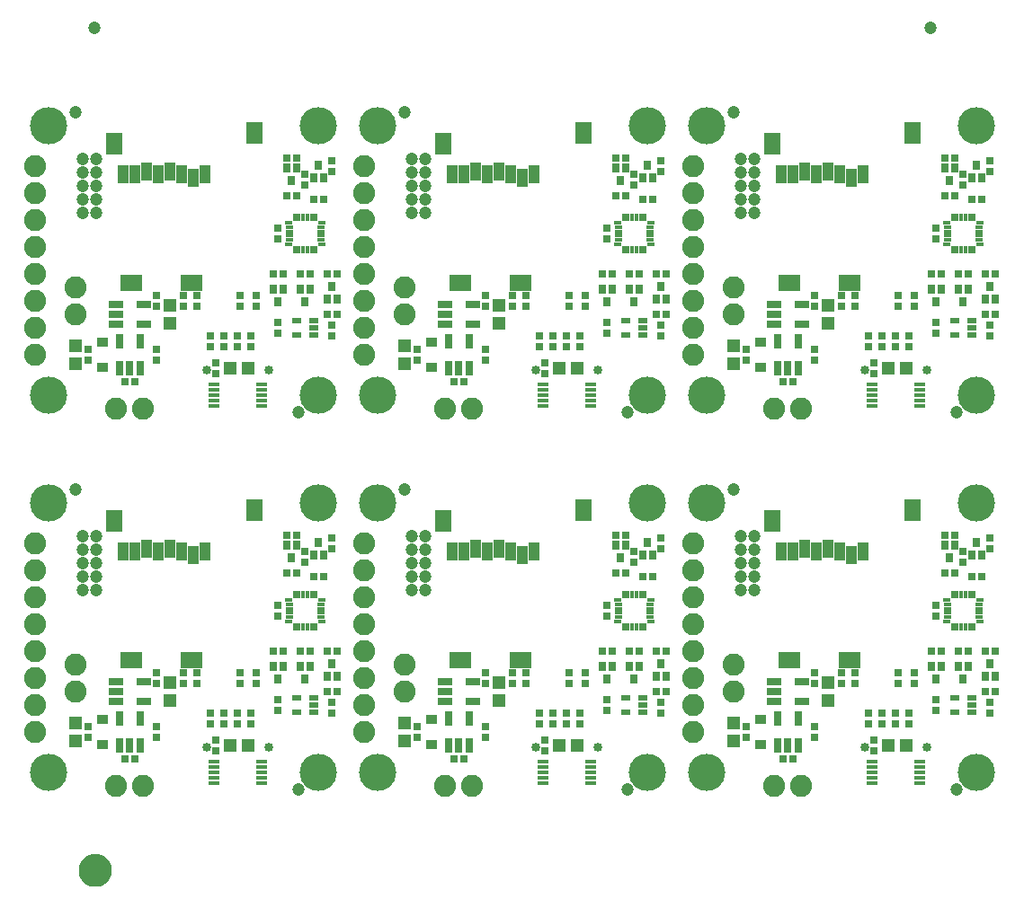
<source format=gbs>
G75*
%MOIN*%
%OFA0B0*%
%FSLAX25Y25*%
%IPPOS*%
%LPD*%
%AMOC8*
5,1,8,0,0,1.08239X$1,22.5*
%
%ADD10R,0.02965X0.05524*%
%ADD11C,0.13800*%
%ADD12R,0.03162X0.03162*%
%ADD13C,0.04737*%
%ADD14R,0.05131X0.04737*%
%ADD15R,0.04331X0.01575*%
%ADD16R,0.07887X0.06312*%
%ADD17R,0.06312X0.08280*%
%ADD18R,0.03950X0.06706*%
%ADD19R,0.02749X0.01784*%
%ADD20R,0.03162X0.01784*%
%ADD21R,0.01784X0.02749*%
%ADD22R,0.01784X0.03162*%
%ADD23R,0.00409X0.01783*%
%ADD24R,0.01783X0.00409*%
%ADD25R,0.03753X0.02375*%
%ADD26R,0.02611X0.03359*%
%ADD27R,0.05524X0.02965*%
%ADD28C,0.08200*%
%ADD29R,0.04737X0.05131*%
%ADD30R,0.04068X0.03280*%
%ADD31C,0.03359*%
%ADD32C,0.05000*%
%ADD33C,0.06706*%
D10*
X0064760Y0066631D03*
X0068500Y0066631D03*
X0072240Y0066631D03*
X0072240Y0076869D03*
X0064760Y0076869D03*
X0186760Y0076869D03*
X0194240Y0076869D03*
X0194240Y0066631D03*
X0190500Y0066631D03*
X0186760Y0066631D03*
X0308760Y0066631D03*
X0312500Y0066631D03*
X0316240Y0066631D03*
X0316240Y0076869D03*
X0308760Y0076869D03*
X0308760Y0206631D03*
X0312500Y0206631D03*
X0316240Y0206631D03*
X0316240Y0216869D03*
X0308760Y0216869D03*
X0194240Y0216869D03*
X0186760Y0216869D03*
X0186760Y0206631D03*
X0190500Y0206631D03*
X0194240Y0206631D03*
X0072240Y0206631D03*
X0068500Y0206631D03*
X0064760Y0206631D03*
X0064760Y0216869D03*
X0072240Y0216869D03*
D11*
X0038500Y0196750D03*
X0038500Y0156750D03*
X0138500Y0156750D03*
X0160500Y0156750D03*
X0160500Y0196750D03*
X0138500Y0196750D03*
X0138500Y0296750D03*
X0160500Y0296750D03*
X0260500Y0296750D03*
X0282500Y0296750D03*
X0382500Y0296750D03*
X0382500Y0196750D03*
X0382500Y0156750D03*
X0282500Y0156750D03*
X0260500Y0156750D03*
X0260500Y0196750D03*
X0282500Y0196750D03*
X0282500Y0056750D03*
X0260500Y0056750D03*
X0160500Y0056750D03*
X0138500Y0056750D03*
X0038500Y0056750D03*
X0038500Y0296750D03*
X0382500Y0056750D03*
D12*
X0387500Y0078781D03*
X0387500Y0082719D03*
X0385531Y0086750D03*
X0389469Y0086750D03*
X0389469Y0101750D03*
X0385531Y0101750D03*
X0379469Y0101750D03*
X0375531Y0101750D03*
X0369469Y0101750D03*
X0365531Y0101750D03*
X0359500Y0093719D03*
X0359500Y0089781D03*
X0353500Y0089781D03*
X0353500Y0093719D03*
X0352500Y0078719D03*
X0352500Y0074781D03*
X0347500Y0074781D03*
X0347500Y0078719D03*
X0342500Y0078719D03*
X0342500Y0074781D03*
X0344500Y0068719D03*
X0344500Y0064781D03*
X0357500Y0074781D03*
X0357500Y0078719D03*
X0367500Y0079781D03*
X0367500Y0083719D03*
X0337500Y0089781D03*
X0337500Y0093719D03*
X0332500Y0093719D03*
X0332500Y0089781D03*
X0322500Y0089781D03*
X0322500Y0093719D03*
X0322500Y0073719D03*
X0322500Y0069781D03*
X0314469Y0061750D03*
X0310531Y0061750D03*
X0297000Y0069781D03*
X0297000Y0073719D03*
X0267469Y0086750D03*
X0263531Y0086750D03*
X0265500Y0082719D03*
X0265500Y0078781D03*
X0245500Y0079781D03*
X0245500Y0083719D03*
X0237500Y0089781D03*
X0237500Y0093719D03*
X0231500Y0093719D03*
X0231500Y0089781D03*
X0230500Y0078719D03*
X0230500Y0074781D03*
X0225500Y0074781D03*
X0225500Y0078719D03*
X0220500Y0078719D03*
X0220500Y0074781D03*
X0222500Y0068719D03*
X0222500Y0064781D03*
X0235500Y0074781D03*
X0235500Y0078719D03*
X0215500Y0089781D03*
X0215500Y0093719D03*
X0210500Y0093719D03*
X0210500Y0089781D03*
X0200500Y0089781D03*
X0200500Y0093719D03*
X0200500Y0073719D03*
X0200500Y0069781D03*
X0192469Y0061750D03*
X0188531Y0061750D03*
X0175000Y0069781D03*
X0175000Y0073719D03*
X0145469Y0086750D03*
X0141531Y0086750D03*
X0143500Y0082719D03*
X0143500Y0078781D03*
X0123500Y0079781D03*
X0123500Y0083719D03*
X0115500Y0089781D03*
X0115500Y0093719D03*
X0109500Y0093719D03*
X0109500Y0089781D03*
X0108500Y0078719D03*
X0108500Y0074781D03*
X0103500Y0074781D03*
X0103500Y0078719D03*
X0098500Y0078719D03*
X0098500Y0074781D03*
X0100500Y0068719D03*
X0100500Y0064781D03*
X0113500Y0074781D03*
X0113500Y0078719D03*
X0093500Y0089781D03*
X0093500Y0093719D03*
X0088500Y0093719D03*
X0088500Y0089781D03*
X0078500Y0089781D03*
X0078500Y0093719D03*
X0078500Y0073719D03*
X0078500Y0069781D03*
X0070469Y0061750D03*
X0066531Y0061750D03*
X0053000Y0069781D03*
X0053000Y0073719D03*
X0121531Y0101750D03*
X0125469Y0101750D03*
X0131531Y0101750D03*
X0135469Y0101750D03*
X0141531Y0101750D03*
X0145469Y0101750D03*
X0123500Y0114781D03*
X0123500Y0118719D03*
X0126531Y0130750D03*
X0130469Y0130750D03*
X0133500Y0134781D03*
X0133500Y0138719D03*
X0130469Y0144750D03*
X0126531Y0144750D03*
X0143500Y0143719D03*
X0143500Y0139781D03*
X0140469Y0129250D03*
X0136531Y0129250D03*
X0188531Y0201750D03*
X0192469Y0201750D03*
X0200500Y0209781D03*
X0200500Y0213719D03*
X0200500Y0229781D03*
X0200500Y0233719D03*
X0210500Y0233719D03*
X0210500Y0229781D03*
X0215500Y0229781D03*
X0215500Y0233719D03*
X0220500Y0218719D03*
X0220500Y0214781D03*
X0225500Y0214781D03*
X0225500Y0218719D03*
X0230500Y0218719D03*
X0230500Y0214781D03*
X0235500Y0214781D03*
X0235500Y0218719D03*
X0245500Y0219781D03*
X0245500Y0223719D03*
X0237500Y0229781D03*
X0237500Y0233719D03*
X0231500Y0233719D03*
X0231500Y0229781D03*
X0243531Y0241750D03*
X0247469Y0241750D03*
X0253531Y0241750D03*
X0257469Y0241750D03*
X0263531Y0241750D03*
X0267469Y0241750D03*
X0267469Y0226750D03*
X0263531Y0226750D03*
X0265500Y0222719D03*
X0265500Y0218781D03*
X0297000Y0213719D03*
X0297000Y0209781D03*
X0310531Y0201750D03*
X0314469Y0201750D03*
X0322500Y0209781D03*
X0322500Y0213719D03*
X0322500Y0229781D03*
X0322500Y0233719D03*
X0332500Y0233719D03*
X0332500Y0229781D03*
X0337500Y0229781D03*
X0337500Y0233719D03*
X0353500Y0233719D03*
X0353500Y0229781D03*
X0359500Y0229781D03*
X0359500Y0233719D03*
X0365531Y0241750D03*
X0369469Y0241750D03*
X0375531Y0241750D03*
X0379469Y0241750D03*
X0385531Y0241750D03*
X0389469Y0241750D03*
X0389469Y0226750D03*
X0385531Y0226750D03*
X0387500Y0222719D03*
X0387500Y0218781D03*
X0367500Y0219781D03*
X0367500Y0223719D03*
X0357500Y0218719D03*
X0357500Y0214781D03*
X0352500Y0214781D03*
X0352500Y0218719D03*
X0347500Y0218719D03*
X0347500Y0214781D03*
X0342500Y0214781D03*
X0342500Y0218719D03*
X0344500Y0208719D03*
X0344500Y0204781D03*
X0367500Y0254781D03*
X0367500Y0258719D03*
X0370531Y0270750D03*
X0374469Y0270750D03*
X0377500Y0274781D03*
X0377500Y0278719D03*
X0374469Y0284750D03*
X0370531Y0284750D03*
X0387500Y0283719D03*
X0387500Y0279781D03*
X0384469Y0269250D03*
X0380531Y0269250D03*
X0265500Y0279781D03*
X0265500Y0283719D03*
X0255500Y0278719D03*
X0255500Y0274781D03*
X0252469Y0270750D03*
X0248531Y0270750D03*
X0258531Y0269250D03*
X0262469Y0269250D03*
X0252469Y0284750D03*
X0248531Y0284750D03*
X0245500Y0258719D03*
X0245500Y0254781D03*
X0222500Y0208719D03*
X0222500Y0204781D03*
X0175000Y0209781D03*
X0175000Y0213719D03*
X0145469Y0226750D03*
X0141531Y0226750D03*
X0143500Y0222719D03*
X0143500Y0218781D03*
X0123500Y0219781D03*
X0123500Y0223719D03*
X0115500Y0229781D03*
X0115500Y0233719D03*
X0109500Y0233719D03*
X0109500Y0229781D03*
X0108500Y0218719D03*
X0108500Y0214781D03*
X0103500Y0214781D03*
X0103500Y0218719D03*
X0098500Y0218719D03*
X0098500Y0214781D03*
X0100500Y0208719D03*
X0100500Y0204781D03*
X0113500Y0214781D03*
X0113500Y0218719D03*
X0093500Y0229781D03*
X0093500Y0233719D03*
X0088500Y0233719D03*
X0088500Y0229781D03*
X0078500Y0229781D03*
X0078500Y0233719D03*
X0078500Y0213719D03*
X0078500Y0209781D03*
X0070469Y0201750D03*
X0066531Y0201750D03*
X0053000Y0209781D03*
X0053000Y0213719D03*
X0121531Y0241750D03*
X0125469Y0241750D03*
X0131531Y0241750D03*
X0135469Y0241750D03*
X0141531Y0241750D03*
X0145469Y0241750D03*
X0123500Y0254781D03*
X0123500Y0258719D03*
X0126531Y0270750D03*
X0130469Y0270750D03*
X0133500Y0274781D03*
X0133500Y0278719D03*
X0130469Y0284750D03*
X0126531Y0284750D03*
X0143500Y0283719D03*
X0143500Y0279781D03*
X0140469Y0269250D03*
X0136531Y0269250D03*
X0248531Y0144750D03*
X0252469Y0144750D03*
X0255500Y0138719D03*
X0255500Y0134781D03*
X0252469Y0130750D03*
X0248531Y0130750D03*
X0258531Y0129250D03*
X0262469Y0129250D03*
X0265500Y0139781D03*
X0265500Y0143719D03*
X0245500Y0118719D03*
X0245500Y0114781D03*
X0243531Y0101750D03*
X0247469Y0101750D03*
X0253531Y0101750D03*
X0257469Y0101750D03*
X0263531Y0101750D03*
X0267469Y0101750D03*
X0367500Y0114781D03*
X0367500Y0118719D03*
X0370531Y0130750D03*
X0374469Y0130750D03*
X0377500Y0134781D03*
X0377500Y0138719D03*
X0374469Y0144750D03*
X0370531Y0144750D03*
X0387500Y0143719D03*
X0387500Y0139781D03*
X0384469Y0129250D03*
X0380531Y0129250D03*
D13*
X0375000Y0190250D03*
X0300000Y0144250D03*
X0300000Y0139250D03*
X0300000Y0134250D03*
X0295000Y0134250D03*
X0295000Y0139250D03*
X0295000Y0144250D03*
X0295000Y0129250D03*
X0295000Y0124250D03*
X0300000Y0124250D03*
X0300000Y0129250D03*
X0292500Y0161750D03*
X0253000Y0190250D03*
X0178000Y0144250D03*
X0178000Y0139250D03*
X0178000Y0134250D03*
X0173000Y0134250D03*
X0173000Y0139250D03*
X0173000Y0144250D03*
X0173000Y0129250D03*
X0173000Y0124250D03*
X0178000Y0124250D03*
X0178000Y0129250D03*
X0170500Y0161750D03*
X0131000Y0190250D03*
X0056000Y0144250D03*
X0056000Y0139250D03*
X0056000Y0134250D03*
X0051000Y0134250D03*
X0051000Y0139250D03*
X0051000Y0144250D03*
X0051000Y0129250D03*
X0051000Y0124250D03*
X0056000Y0124250D03*
X0056000Y0129250D03*
X0048500Y0161750D03*
X0051000Y0264250D03*
X0051000Y0269250D03*
X0051000Y0274250D03*
X0051000Y0279250D03*
X0056000Y0279250D03*
X0056000Y0274250D03*
X0056000Y0269250D03*
X0056000Y0264250D03*
X0056000Y0284250D03*
X0051000Y0284250D03*
X0048500Y0301750D03*
X0055500Y0333000D03*
X0170500Y0301750D03*
X0173000Y0284250D03*
X0178000Y0284250D03*
X0178000Y0279250D03*
X0178000Y0274250D03*
X0178000Y0269250D03*
X0178000Y0264250D03*
X0173000Y0264250D03*
X0173000Y0269250D03*
X0173000Y0274250D03*
X0173000Y0279250D03*
X0292500Y0301750D03*
X0295000Y0284250D03*
X0300000Y0284250D03*
X0300000Y0279250D03*
X0300000Y0274250D03*
X0300000Y0269250D03*
X0300000Y0264250D03*
X0295000Y0264250D03*
X0295000Y0269250D03*
X0295000Y0274250D03*
X0295000Y0279250D03*
X0365500Y0333000D03*
X0375000Y0050250D03*
X0253000Y0050250D03*
X0131000Y0050250D03*
D14*
X0112346Y0066750D03*
X0105654Y0066750D03*
X0227654Y0066750D03*
X0234346Y0066750D03*
X0349654Y0066750D03*
X0356346Y0066750D03*
X0356346Y0206750D03*
X0349654Y0206750D03*
X0234346Y0206750D03*
X0227654Y0206750D03*
X0112346Y0206750D03*
X0105654Y0206750D03*
D15*
X0099642Y0200687D03*
X0099642Y0198719D03*
X0099642Y0196750D03*
X0099642Y0194781D03*
X0099642Y0192813D03*
X0117358Y0192813D03*
X0117358Y0194781D03*
X0117358Y0196750D03*
X0117358Y0198719D03*
X0117358Y0200687D03*
X0221642Y0200687D03*
X0221642Y0198719D03*
X0221642Y0196750D03*
X0221642Y0194781D03*
X0221642Y0192813D03*
X0239358Y0192813D03*
X0239358Y0194781D03*
X0239358Y0196750D03*
X0239358Y0198719D03*
X0239358Y0200687D03*
X0343642Y0200687D03*
X0343642Y0198719D03*
X0343642Y0196750D03*
X0343642Y0194781D03*
X0343642Y0192813D03*
X0361358Y0192813D03*
X0361358Y0194781D03*
X0361358Y0196750D03*
X0361358Y0198719D03*
X0361358Y0200687D03*
X0361358Y0060687D03*
X0361358Y0058719D03*
X0361358Y0056750D03*
X0361358Y0054781D03*
X0361358Y0052813D03*
X0343642Y0052813D03*
X0343642Y0054781D03*
X0343642Y0056750D03*
X0343642Y0058719D03*
X0343642Y0060687D03*
X0239358Y0060687D03*
X0239358Y0058719D03*
X0239358Y0056750D03*
X0239358Y0054781D03*
X0239358Y0052813D03*
X0221642Y0052813D03*
X0221642Y0054781D03*
X0221642Y0056750D03*
X0221642Y0058719D03*
X0221642Y0060687D03*
X0117358Y0060687D03*
X0117358Y0058719D03*
X0117358Y0056750D03*
X0117358Y0054781D03*
X0117358Y0052813D03*
X0099642Y0052813D03*
X0099642Y0054781D03*
X0099642Y0056750D03*
X0099642Y0058719D03*
X0099642Y0060687D03*
D16*
X0091512Y0098325D03*
X0069071Y0098325D03*
X0191071Y0098325D03*
X0213512Y0098325D03*
X0313071Y0098325D03*
X0335512Y0098325D03*
X0335512Y0238325D03*
X0313071Y0238325D03*
X0213512Y0238325D03*
X0191071Y0238325D03*
X0091512Y0238325D03*
X0069071Y0238325D03*
D17*
X0062772Y0290096D03*
X0114543Y0294033D03*
X0184772Y0290096D03*
X0236543Y0294033D03*
X0306772Y0290096D03*
X0358543Y0294033D03*
X0358543Y0154033D03*
X0306772Y0150096D03*
X0236543Y0154033D03*
X0184772Y0150096D03*
X0114543Y0154033D03*
X0062772Y0150096D03*
D18*
X0065882Y0138876D03*
X0070213Y0138876D03*
X0074543Y0139663D03*
X0078874Y0138876D03*
X0083205Y0139663D03*
X0087535Y0138876D03*
X0091866Y0137301D03*
X0096197Y0138876D03*
X0187882Y0138876D03*
X0192213Y0138876D03*
X0196543Y0139663D03*
X0200874Y0138876D03*
X0205205Y0139663D03*
X0209535Y0138876D03*
X0213866Y0137301D03*
X0218197Y0138876D03*
X0309882Y0138876D03*
X0314213Y0138876D03*
X0318543Y0139663D03*
X0322874Y0138876D03*
X0327205Y0139663D03*
X0331535Y0138876D03*
X0335866Y0137301D03*
X0340197Y0138876D03*
X0335866Y0277301D03*
X0331535Y0278876D03*
X0327205Y0279663D03*
X0322874Y0278876D03*
X0318543Y0279663D03*
X0314213Y0278876D03*
X0309882Y0278876D03*
X0340197Y0278876D03*
X0218197Y0278876D03*
X0213866Y0277301D03*
X0209535Y0278876D03*
X0205205Y0279663D03*
X0200874Y0278876D03*
X0196543Y0279663D03*
X0192213Y0278876D03*
X0187882Y0278876D03*
X0096197Y0278876D03*
X0091866Y0277301D03*
X0087535Y0278876D03*
X0083205Y0279663D03*
X0078874Y0278876D03*
X0074543Y0279663D03*
X0070213Y0278876D03*
X0065882Y0278876D03*
D19*
X0127388Y0260687D03*
X0127388Y0252813D03*
X0139612Y0252813D03*
X0139612Y0260687D03*
X0249388Y0260687D03*
X0249388Y0252813D03*
X0261612Y0252813D03*
X0261612Y0260687D03*
X0371388Y0260687D03*
X0371388Y0252813D03*
X0383612Y0252813D03*
X0383612Y0260687D03*
X0383612Y0120687D03*
X0383612Y0112813D03*
X0371388Y0112813D03*
X0371388Y0120687D03*
X0261612Y0120687D03*
X0261612Y0112813D03*
X0249388Y0112813D03*
X0249388Y0120687D03*
X0139612Y0120687D03*
X0139612Y0112813D03*
X0127388Y0112813D03*
X0127388Y0120687D03*
D20*
X0127594Y0119112D03*
X0127594Y0117537D03*
X0127594Y0115963D03*
X0127594Y0114388D03*
X0139406Y0114388D03*
X0139406Y0115963D03*
X0139406Y0117537D03*
X0139406Y0119112D03*
X0249594Y0119112D03*
X0249594Y0117537D03*
X0249594Y0115963D03*
X0249594Y0114388D03*
X0261406Y0114388D03*
X0261406Y0115963D03*
X0261406Y0117537D03*
X0261406Y0119112D03*
X0371594Y0119112D03*
X0371594Y0117537D03*
X0371594Y0115963D03*
X0371594Y0114388D03*
X0383406Y0114388D03*
X0383406Y0115963D03*
X0383406Y0117537D03*
X0383406Y0119112D03*
X0383406Y0254388D03*
X0383406Y0255963D03*
X0383406Y0257537D03*
X0383406Y0259112D03*
X0371594Y0259112D03*
X0371594Y0257537D03*
X0371594Y0255963D03*
X0371594Y0254388D03*
X0261406Y0254388D03*
X0261406Y0255963D03*
X0261406Y0257537D03*
X0261406Y0259112D03*
X0249594Y0259112D03*
X0249594Y0257537D03*
X0249594Y0255963D03*
X0249594Y0254388D03*
X0139406Y0254388D03*
X0139406Y0255963D03*
X0139406Y0257537D03*
X0139406Y0259112D03*
X0127594Y0259112D03*
X0127594Y0257537D03*
X0127594Y0255963D03*
X0127594Y0254388D03*
D21*
X0129563Y0250638D03*
X0137437Y0250638D03*
X0137437Y0262862D03*
X0129563Y0262862D03*
X0251563Y0262862D03*
X0259437Y0262862D03*
X0259437Y0250638D03*
X0251563Y0250638D03*
X0373563Y0250638D03*
X0381437Y0250638D03*
X0381437Y0262862D03*
X0373563Y0262862D03*
X0373563Y0122862D03*
X0381437Y0122862D03*
X0381437Y0110638D03*
X0373563Y0110638D03*
X0259437Y0110638D03*
X0251563Y0110638D03*
X0251563Y0122862D03*
X0259437Y0122862D03*
X0137437Y0122862D03*
X0129563Y0122862D03*
X0129563Y0110638D03*
X0137437Y0110638D03*
D22*
X0135862Y0110844D03*
X0134287Y0110844D03*
X0132713Y0110844D03*
X0131138Y0110844D03*
X0131138Y0122656D03*
X0132713Y0122656D03*
X0134287Y0122656D03*
X0135862Y0122656D03*
X0253138Y0122656D03*
X0254713Y0122656D03*
X0256287Y0122656D03*
X0257862Y0122656D03*
X0257862Y0110844D03*
X0256287Y0110844D03*
X0254713Y0110844D03*
X0253138Y0110844D03*
X0375138Y0110844D03*
X0376713Y0110844D03*
X0378287Y0110844D03*
X0379862Y0110844D03*
X0379862Y0122656D03*
X0378287Y0122656D03*
X0376713Y0122656D03*
X0375138Y0122656D03*
X0375138Y0250844D03*
X0376713Y0250844D03*
X0378287Y0250844D03*
X0379862Y0250844D03*
X0379862Y0262656D03*
X0378287Y0262656D03*
X0376713Y0262656D03*
X0375138Y0262656D03*
X0257862Y0262656D03*
X0256287Y0262656D03*
X0254713Y0262656D03*
X0253138Y0262656D03*
X0253138Y0250844D03*
X0254713Y0250844D03*
X0256287Y0250844D03*
X0257862Y0250844D03*
X0135862Y0250844D03*
X0134287Y0250844D03*
X0132713Y0250844D03*
X0131138Y0250844D03*
X0131138Y0262656D03*
X0132713Y0262656D03*
X0134287Y0262656D03*
X0135862Y0262656D03*
D23*
X0138031Y0260685D03*
X0138031Y0252815D03*
X0128969Y0252815D03*
X0128969Y0260685D03*
X0250969Y0260685D03*
X0250969Y0252815D03*
X0260031Y0252815D03*
X0260031Y0260685D03*
X0372969Y0260685D03*
X0372969Y0252815D03*
X0382031Y0252815D03*
X0382031Y0260685D03*
X0382031Y0120685D03*
X0382031Y0112815D03*
X0372969Y0112815D03*
X0372969Y0120685D03*
X0260031Y0120685D03*
X0260031Y0112815D03*
X0250969Y0112815D03*
X0250969Y0120685D03*
X0138031Y0120685D03*
X0138031Y0112815D03*
X0128969Y0112815D03*
X0128969Y0120685D03*
D24*
X0129565Y0121281D03*
X0137435Y0121281D03*
X0137435Y0112219D03*
X0129565Y0112219D03*
X0251565Y0112219D03*
X0259435Y0112219D03*
X0259435Y0121281D03*
X0251565Y0121281D03*
X0373565Y0121281D03*
X0381435Y0121281D03*
X0381435Y0112219D03*
X0373565Y0112219D03*
X0373565Y0252219D03*
X0381435Y0252219D03*
X0381435Y0261281D03*
X0373565Y0261281D03*
X0259435Y0261281D03*
X0251565Y0261281D03*
X0251565Y0252219D03*
X0259435Y0252219D03*
X0137435Y0252219D03*
X0129565Y0252219D03*
X0129565Y0261281D03*
X0137435Y0261281D03*
D25*
X0136748Y0224309D03*
X0136748Y0221750D03*
X0136748Y0219191D03*
X0130252Y0219191D03*
X0130252Y0224309D03*
X0252252Y0224309D03*
X0252252Y0219191D03*
X0258748Y0219191D03*
X0258748Y0221750D03*
X0258748Y0224309D03*
X0374252Y0224309D03*
X0374252Y0219191D03*
X0380748Y0219191D03*
X0380748Y0221750D03*
X0380748Y0224309D03*
X0380748Y0084309D03*
X0380748Y0081750D03*
X0380748Y0079191D03*
X0374252Y0079191D03*
X0374252Y0084309D03*
X0258748Y0084309D03*
X0258748Y0081750D03*
X0258748Y0079191D03*
X0252252Y0079191D03*
X0252252Y0084309D03*
X0136748Y0084309D03*
X0136748Y0081750D03*
X0136748Y0079191D03*
X0130252Y0079191D03*
X0130252Y0084309D03*
D26*
X0133500Y0091553D03*
X0131531Y0096081D03*
X0135469Y0096081D03*
X0141531Y0092419D03*
X0145469Y0092419D03*
X0143500Y0096947D03*
X0125469Y0096081D03*
X0121531Y0096081D03*
X0123500Y0091553D03*
X0128500Y0136553D03*
X0126531Y0141081D03*
X0130469Y0141081D03*
X0136531Y0137419D03*
X0140469Y0137419D03*
X0138500Y0141947D03*
X0133500Y0231553D03*
X0131531Y0236081D03*
X0135469Y0236081D03*
X0141531Y0232419D03*
X0145469Y0232419D03*
X0143500Y0236947D03*
X0125469Y0236081D03*
X0121531Y0236081D03*
X0123500Y0231553D03*
X0128500Y0276553D03*
X0126531Y0281081D03*
X0130469Y0281081D03*
X0136531Y0277419D03*
X0140469Y0277419D03*
X0138500Y0281947D03*
X0243531Y0236081D03*
X0247469Y0236081D03*
X0245500Y0231553D03*
X0253531Y0236081D03*
X0257469Y0236081D03*
X0255500Y0231553D03*
X0263531Y0232419D03*
X0267469Y0232419D03*
X0265500Y0236947D03*
X0262469Y0277419D03*
X0258531Y0277419D03*
X0260500Y0281947D03*
X0252469Y0281081D03*
X0248531Y0281081D03*
X0250500Y0276553D03*
X0365531Y0236081D03*
X0369469Y0236081D03*
X0367500Y0231553D03*
X0375531Y0236081D03*
X0379469Y0236081D03*
X0377500Y0231553D03*
X0385531Y0232419D03*
X0389469Y0232419D03*
X0387500Y0236947D03*
X0384469Y0277419D03*
X0380531Y0277419D03*
X0382500Y0281947D03*
X0374469Y0281081D03*
X0370531Y0281081D03*
X0372500Y0276553D03*
X0382500Y0141947D03*
X0380531Y0137419D03*
X0384469Y0137419D03*
X0374469Y0141081D03*
X0370531Y0141081D03*
X0372500Y0136553D03*
X0369469Y0096081D03*
X0365531Y0096081D03*
X0367500Y0091553D03*
X0375531Y0096081D03*
X0379469Y0096081D03*
X0377500Y0091553D03*
X0385531Y0092419D03*
X0389469Y0092419D03*
X0387500Y0096947D03*
X0267469Y0092419D03*
X0263531Y0092419D03*
X0265500Y0096947D03*
X0257469Y0096081D03*
X0253531Y0096081D03*
X0255500Y0091553D03*
X0247469Y0096081D03*
X0243531Y0096081D03*
X0245500Y0091553D03*
X0250500Y0136553D03*
X0248531Y0141081D03*
X0252469Y0141081D03*
X0258531Y0137419D03*
X0262469Y0137419D03*
X0260500Y0141947D03*
D27*
X0307381Y0090490D03*
X0307381Y0086750D03*
X0307381Y0083010D03*
X0317619Y0083010D03*
X0317619Y0090490D03*
X0195619Y0090490D03*
X0195619Y0083010D03*
X0185381Y0083010D03*
X0185381Y0086750D03*
X0185381Y0090490D03*
X0073619Y0090490D03*
X0073619Y0083010D03*
X0063381Y0083010D03*
X0063381Y0086750D03*
X0063381Y0090490D03*
X0063381Y0223010D03*
X0063381Y0226750D03*
X0063381Y0230490D03*
X0073619Y0230490D03*
X0073619Y0223010D03*
X0185381Y0223010D03*
X0185381Y0226750D03*
X0185381Y0230490D03*
X0195619Y0230490D03*
X0195619Y0223010D03*
X0307381Y0223010D03*
X0307381Y0226750D03*
X0307381Y0230490D03*
X0317619Y0230490D03*
X0317619Y0223010D03*
D28*
X0292500Y0226750D03*
X0292500Y0236750D03*
X0277500Y0231750D03*
X0277500Y0221750D03*
X0277500Y0211750D03*
X0307500Y0191750D03*
X0317500Y0191750D03*
X0277500Y0141750D03*
X0277500Y0131750D03*
X0277500Y0121750D03*
X0277500Y0111750D03*
X0277500Y0101750D03*
X0277500Y0091750D03*
X0277500Y0081750D03*
X0277500Y0071750D03*
X0292500Y0086750D03*
X0292500Y0096750D03*
X0307500Y0051750D03*
X0317500Y0051750D03*
X0195500Y0051750D03*
X0185500Y0051750D03*
X0155500Y0071750D03*
X0155500Y0081750D03*
X0155500Y0091750D03*
X0155500Y0101750D03*
X0155500Y0111750D03*
X0155500Y0121750D03*
X0155500Y0131750D03*
X0155500Y0141750D03*
X0170500Y0096750D03*
X0170500Y0086750D03*
X0073500Y0051750D03*
X0063500Y0051750D03*
X0033500Y0071750D03*
X0033500Y0081750D03*
X0033500Y0091750D03*
X0033500Y0101750D03*
X0033500Y0111750D03*
X0033500Y0121750D03*
X0033500Y0131750D03*
X0033500Y0141750D03*
X0048500Y0096750D03*
X0048500Y0086750D03*
X0063500Y0191750D03*
X0073500Y0191750D03*
X0048500Y0226750D03*
X0048500Y0236750D03*
X0033500Y0231750D03*
X0033500Y0221750D03*
X0033500Y0211750D03*
X0033500Y0241750D03*
X0033500Y0251750D03*
X0033500Y0261750D03*
X0033500Y0271750D03*
X0033500Y0281750D03*
X0155500Y0281750D03*
X0155500Y0271750D03*
X0155500Y0261750D03*
X0155500Y0251750D03*
X0155500Y0241750D03*
X0155500Y0231750D03*
X0155500Y0221750D03*
X0155500Y0211750D03*
X0170500Y0226750D03*
X0170500Y0236750D03*
X0185500Y0191750D03*
X0195500Y0191750D03*
X0277500Y0241750D03*
X0277500Y0251750D03*
X0277500Y0261750D03*
X0277500Y0271750D03*
X0277500Y0281750D03*
D29*
X0327500Y0230096D03*
X0327500Y0223404D03*
X0292500Y0215096D03*
X0292500Y0208404D03*
X0205500Y0223404D03*
X0205500Y0230096D03*
X0170500Y0215096D03*
X0170500Y0208404D03*
X0083500Y0223404D03*
X0083500Y0230096D03*
X0048500Y0215096D03*
X0048500Y0208404D03*
X0083500Y0090096D03*
X0083500Y0083404D03*
X0048500Y0075096D03*
X0048500Y0068404D03*
X0170500Y0068404D03*
X0170500Y0075096D03*
X0205500Y0083404D03*
X0205500Y0090096D03*
X0292500Y0075096D03*
X0292500Y0068404D03*
X0327500Y0083404D03*
X0327500Y0090096D03*
D30*
X0302500Y0076278D03*
X0302500Y0067222D03*
X0180500Y0067222D03*
X0180500Y0076278D03*
X0058500Y0076278D03*
X0058500Y0067222D03*
X0058500Y0207222D03*
X0058500Y0216278D03*
X0180500Y0216278D03*
X0180500Y0207222D03*
X0302500Y0207222D03*
X0302500Y0216278D03*
D31*
X0341122Y0206061D03*
X0363878Y0206061D03*
X0241878Y0206061D03*
X0219122Y0206061D03*
X0119878Y0206061D03*
X0097122Y0206061D03*
X0097122Y0066061D03*
X0119878Y0066061D03*
X0219122Y0066061D03*
X0241878Y0066061D03*
X0341122Y0066061D03*
X0363878Y0066061D03*
D32*
X0051935Y0020500D02*
X0051937Y0020619D01*
X0051943Y0020738D01*
X0051953Y0020857D01*
X0051967Y0020975D01*
X0051985Y0021093D01*
X0052006Y0021210D01*
X0052032Y0021326D01*
X0052062Y0021442D01*
X0052095Y0021556D01*
X0052132Y0021669D01*
X0052173Y0021781D01*
X0052218Y0021892D01*
X0052266Y0022001D01*
X0052318Y0022108D01*
X0052374Y0022213D01*
X0052433Y0022317D01*
X0052495Y0022418D01*
X0052561Y0022518D01*
X0052630Y0022615D01*
X0052702Y0022709D01*
X0052778Y0022802D01*
X0052856Y0022891D01*
X0052937Y0022978D01*
X0053022Y0023063D01*
X0053109Y0023144D01*
X0053198Y0023222D01*
X0053291Y0023298D01*
X0053385Y0023370D01*
X0053482Y0023439D01*
X0053582Y0023505D01*
X0053683Y0023567D01*
X0053787Y0023626D01*
X0053892Y0023682D01*
X0053999Y0023734D01*
X0054108Y0023782D01*
X0054219Y0023827D01*
X0054331Y0023868D01*
X0054444Y0023905D01*
X0054558Y0023938D01*
X0054674Y0023968D01*
X0054790Y0023994D01*
X0054907Y0024015D01*
X0055025Y0024033D01*
X0055143Y0024047D01*
X0055262Y0024057D01*
X0055381Y0024063D01*
X0055500Y0024065D01*
X0055619Y0024063D01*
X0055738Y0024057D01*
X0055857Y0024047D01*
X0055975Y0024033D01*
X0056093Y0024015D01*
X0056210Y0023994D01*
X0056326Y0023968D01*
X0056442Y0023938D01*
X0056556Y0023905D01*
X0056669Y0023868D01*
X0056781Y0023827D01*
X0056892Y0023782D01*
X0057001Y0023734D01*
X0057108Y0023682D01*
X0057213Y0023626D01*
X0057317Y0023567D01*
X0057418Y0023505D01*
X0057518Y0023439D01*
X0057615Y0023370D01*
X0057709Y0023298D01*
X0057802Y0023222D01*
X0057891Y0023144D01*
X0057978Y0023063D01*
X0058063Y0022978D01*
X0058144Y0022891D01*
X0058222Y0022802D01*
X0058298Y0022709D01*
X0058370Y0022615D01*
X0058439Y0022518D01*
X0058505Y0022418D01*
X0058567Y0022317D01*
X0058626Y0022213D01*
X0058682Y0022108D01*
X0058734Y0022001D01*
X0058782Y0021892D01*
X0058827Y0021781D01*
X0058868Y0021669D01*
X0058905Y0021556D01*
X0058938Y0021442D01*
X0058968Y0021326D01*
X0058994Y0021210D01*
X0059015Y0021093D01*
X0059033Y0020975D01*
X0059047Y0020857D01*
X0059057Y0020738D01*
X0059063Y0020619D01*
X0059065Y0020500D01*
X0059063Y0020381D01*
X0059057Y0020262D01*
X0059047Y0020143D01*
X0059033Y0020025D01*
X0059015Y0019907D01*
X0058994Y0019790D01*
X0058968Y0019674D01*
X0058938Y0019558D01*
X0058905Y0019444D01*
X0058868Y0019331D01*
X0058827Y0019219D01*
X0058782Y0019108D01*
X0058734Y0018999D01*
X0058682Y0018892D01*
X0058626Y0018787D01*
X0058567Y0018683D01*
X0058505Y0018582D01*
X0058439Y0018482D01*
X0058370Y0018385D01*
X0058298Y0018291D01*
X0058222Y0018198D01*
X0058144Y0018109D01*
X0058063Y0018022D01*
X0057978Y0017937D01*
X0057891Y0017856D01*
X0057802Y0017778D01*
X0057709Y0017702D01*
X0057615Y0017630D01*
X0057518Y0017561D01*
X0057418Y0017495D01*
X0057317Y0017433D01*
X0057213Y0017374D01*
X0057108Y0017318D01*
X0057001Y0017266D01*
X0056892Y0017218D01*
X0056781Y0017173D01*
X0056669Y0017132D01*
X0056556Y0017095D01*
X0056442Y0017062D01*
X0056326Y0017032D01*
X0056210Y0017006D01*
X0056093Y0016985D01*
X0055975Y0016967D01*
X0055857Y0016953D01*
X0055738Y0016943D01*
X0055619Y0016937D01*
X0055500Y0016935D01*
X0055381Y0016937D01*
X0055262Y0016943D01*
X0055143Y0016953D01*
X0055025Y0016967D01*
X0054907Y0016985D01*
X0054790Y0017006D01*
X0054674Y0017032D01*
X0054558Y0017062D01*
X0054444Y0017095D01*
X0054331Y0017132D01*
X0054219Y0017173D01*
X0054108Y0017218D01*
X0053999Y0017266D01*
X0053892Y0017318D01*
X0053787Y0017374D01*
X0053683Y0017433D01*
X0053582Y0017495D01*
X0053482Y0017561D01*
X0053385Y0017630D01*
X0053291Y0017702D01*
X0053198Y0017778D01*
X0053109Y0017856D01*
X0053022Y0017937D01*
X0052937Y0018022D01*
X0052856Y0018109D01*
X0052778Y0018198D01*
X0052702Y0018291D01*
X0052630Y0018385D01*
X0052561Y0018482D01*
X0052495Y0018582D01*
X0052433Y0018683D01*
X0052374Y0018787D01*
X0052318Y0018892D01*
X0052266Y0018999D01*
X0052218Y0019108D01*
X0052173Y0019219D01*
X0052132Y0019331D01*
X0052095Y0019444D01*
X0052062Y0019558D01*
X0052032Y0019674D01*
X0052006Y0019790D01*
X0051985Y0019907D01*
X0051967Y0020025D01*
X0051953Y0020143D01*
X0051943Y0020262D01*
X0051937Y0020381D01*
X0051935Y0020500D01*
D33*
X0055500Y0020500D03*
M02*

</source>
